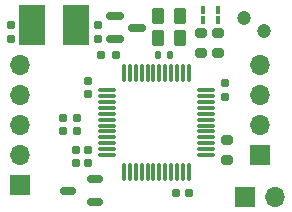
<source format=gbr>
%TF.GenerationSoftware,KiCad,Pcbnew,8.0.7*%
%TF.CreationDate,2025-01-03T12:22:39+02:00*%
%TF.ProjectId,debugger,64656275-6767-4657-922e-6b696361645f,rev?*%
%TF.SameCoordinates,Original*%
%TF.FileFunction,Soldermask,Top*%
%TF.FilePolarity,Negative*%
%FSLAX46Y46*%
G04 Gerber Fmt 4.6, Leading zero omitted, Abs format (unit mm)*
G04 Created by KiCad (PCBNEW 8.0.7) date 2025-01-03 12:22:39*
%MOMM*%
%LPD*%
G01*
G04 APERTURE LIST*
G04 Aperture macros list*
%AMRoundRect*
0 Rectangle with rounded corners*
0 $1 Rounding radius*
0 $2 $3 $4 $5 $6 $7 $8 $9 X,Y pos of 4 corners*
0 Add a 4 corners polygon primitive as box body*
4,1,4,$2,$3,$4,$5,$6,$7,$8,$9,$2,$3,0*
0 Add four circle primitives for the rounded corners*
1,1,$1+$1,$2,$3*
1,1,$1+$1,$4,$5*
1,1,$1+$1,$6,$7*
1,1,$1+$1,$8,$9*
0 Add four rect primitives between the rounded corners*
20,1,$1+$1,$2,$3,$4,$5,0*
20,1,$1+$1,$4,$5,$6,$7,0*
20,1,$1+$1,$6,$7,$8,$9,0*
20,1,$1+$1,$8,$9,$2,$3,0*%
G04 Aperture macros list end*
%ADD10RoundRect,0.155000X-0.155000X0.212500X-0.155000X-0.212500X0.155000X-0.212500X0.155000X0.212500X0*%
%ADD11RoundRect,0.155000X0.155000X-0.212500X0.155000X0.212500X-0.155000X0.212500X-0.155000X-0.212500X0*%
%ADD12RoundRect,0.150000X0.512500X0.150000X-0.512500X0.150000X-0.512500X-0.150000X0.512500X-0.150000X0*%
%ADD13RoundRect,0.200000X-0.275000X0.200000X-0.275000X-0.200000X0.275000X-0.200000X0.275000X0.200000X0*%
%ADD14RoundRect,0.075000X-0.662500X-0.075000X0.662500X-0.075000X0.662500X0.075000X-0.662500X0.075000X0*%
%ADD15RoundRect,0.075000X-0.075000X-0.662500X0.075000X-0.662500X0.075000X0.662500X-0.075000X0.662500X0*%
%ADD16RoundRect,0.200000X0.275000X-0.200000X0.275000X0.200000X-0.275000X0.200000X-0.275000X-0.200000X0*%
%ADD17RoundRect,0.150000X-0.587500X-0.150000X0.587500X-0.150000X0.587500X0.150000X-0.587500X0.150000X0*%
%ADD18RoundRect,0.160000X-0.197500X-0.160000X0.197500X-0.160000X0.197500X0.160000X-0.197500X0.160000X0*%
%ADD19RoundRect,0.160000X0.197500X0.160000X-0.197500X0.160000X-0.197500X-0.160000X0.197500X-0.160000X0*%
%ADD20R,0.450000X0.650000*%
%ADD21RoundRect,0.250000X-0.262500X-0.450000X0.262500X-0.450000X0.262500X0.450000X-0.262500X0.450000X0*%
%ADD22RoundRect,0.135000X-0.135000X-0.185000X0.135000X-0.185000X0.135000X0.185000X-0.135000X0.185000X0*%
%ADD23RoundRect,0.155000X0.212500X0.155000X-0.212500X0.155000X-0.212500X-0.155000X0.212500X-0.155000X0*%
%ADD24RoundRect,0.250000X0.262500X0.450000X-0.262500X0.450000X-0.262500X-0.450000X0.262500X-0.450000X0*%
%ADD25R,2.250000X3.400000*%
%ADD26O,1.700000X1.700000*%
%ADD27R,1.700000X1.700000*%
%ADD28C,1.200000*%
G04 APERTURE END LIST*
D10*
%TO.C,C2*%
X137909740Y-102173513D03*
X137909740Y-103308513D03*
%TD*%
D11*
%TO.C,C3*%
X143450000Y-113817500D03*
X143450000Y-112682500D03*
%TD*%
D12*
%TO.C,U3*%
X145075000Y-117100000D03*
X145075000Y-115200000D03*
X142800000Y-116150000D03*
%TD*%
D13*
%TO.C,R4*%
X154000000Y-102825000D03*
X154000000Y-104475000D03*
%TD*%
D14*
%TO.C,U4*%
X146087500Y-107650000D03*
X146087500Y-108150000D03*
X146087500Y-108650000D03*
X146087500Y-109150000D03*
X146087500Y-109650000D03*
X146087500Y-110150000D03*
X146087500Y-110650000D03*
X146087500Y-111150000D03*
X146087500Y-111650000D03*
X146087500Y-112150000D03*
X146087500Y-112650000D03*
X146087500Y-113150000D03*
D15*
X147500000Y-114562500D03*
X148000000Y-114562500D03*
X148500000Y-114562500D03*
X149000000Y-114562500D03*
X149500000Y-114562500D03*
X150000000Y-114562500D03*
X150500000Y-114562500D03*
X151000000Y-114562500D03*
X151500000Y-114562500D03*
X152000000Y-114562500D03*
X152500000Y-114562500D03*
X153000000Y-114562500D03*
D14*
X154412500Y-113150000D03*
X154412500Y-112650000D03*
X154412500Y-112150000D03*
X154412500Y-111650000D03*
X154412500Y-111150000D03*
X154412500Y-110650000D03*
X154412500Y-110150000D03*
X154412500Y-109650000D03*
X154412500Y-109150000D03*
X154412500Y-108650000D03*
X154412500Y-108150000D03*
X154412500Y-107650000D03*
D15*
X153000000Y-106237500D03*
X152500000Y-106237500D03*
X152000000Y-106237500D03*
X151500000Y-106237500D03*
X151000000Y-106237500D03*
X150500000Y-106237500D03*
X150000000Y-106237500D03*
X149500000Y-106237500D03*
X149000000Y-106237500D03*
X148500000Y-106237500D03*
X148000000Y-106237500D03*
X147500000Y-106237500D03*
%TD*%
D10*
%TO.C,C7*%
X144450000Y-106865000D03*
X144450000Y-108000000D03*
%TD*%
%TO.C,C6*%
X156050000Y-107065000D03*
X156050000Y-108200000D03*
%TD*%
D16*
%TO.C,R5*%
X155500000Y-104475000D03*
X155500000Y-102825000D03*
%TD*%
D17*
%TO.C,Q1*%
X146762500Y-101400000D03*
X146762500Y-103300000D03*
X148637500Y-102350000D03*
%TD*%
D18*
%TO.C,R1*%
X142305000Y-110050000D03*
X143500000Y-110050000D03*
%TD*%
D19*
%TO.C,R9*%
X146797500Y-104650000D03*
X145602500Y-104650000D03*
%TD*%
D10*
%TO.C,C1*%
X145309740Y-102143656D03*
X145309740Y-103278656D03*
%TD*%
D11*
%TO.C,C4*%
X144450000Y-113817500D03*
X144450000Y-112682500D03*
%TD*%
D20*
%TO.C,D1*%
X155425000Y-101675000D03*
X154175000Y-101675000D03*
X155425000Y-100825000D03*
X154175000Y-100825000D03*
%TD*%
D21*
%TO.C,R7*%
X150387500Y-101350000D03*
X152212500Y-101350000D03*
%TD*%
D22*
%TO.C,R3*%
X150390000Y-104650000D03*
X151410000Y-104650000D03*
%TD*%
D13*
%TO.C,R6*%
X156250000Y-111900000D03*
X156250000Y-113550000D03*
%TD*%
D19*
%TO.C,R2*%
X143500000Y-111100000D03*
X142305000Y-111100000D03*
%TD*%
D23*
%TO.C,C5*%
X153035000Y-116350000D03*
X151900000Y-116350000D03*
%TD*%
D24*
%TO.C,R8*%
X152212500Y-103250000D03*
X150387500Y-103250000D03*
%TD*%
D25*
%TO.C,Y2*%
X143459740Y-102161830D03*
X139759740Y-102161830D03*
%TD*%
D26*
%TO.C,J3*%
X160320000Y-116690000D03*
D27*
X157780000Y-116690000D03*
%TD*%
%TO.C,J2*%
X159050000Y-113150000D03*
D26*
X159050000Y-110610000D03*
X159050000Y-108070000D03*
X159050000Y-105530000D03*
%TD*%
D28*
%TO.C,TP2*%
X159354717Y-102605191D03*
%TD*%
D27*
%TO.C,J1*%
X138726872Y-115682752D03*
D26*
X138726872Y-113142752D03*
X138726872Y-110602752D03*
X138726872Y-108062752D03*
X138726872Y-105522752D03*
%TD*%
D28*
%TO.C,TP1*%
X157654717Y-101505191D03*
%TD*%
M02*

</source>
